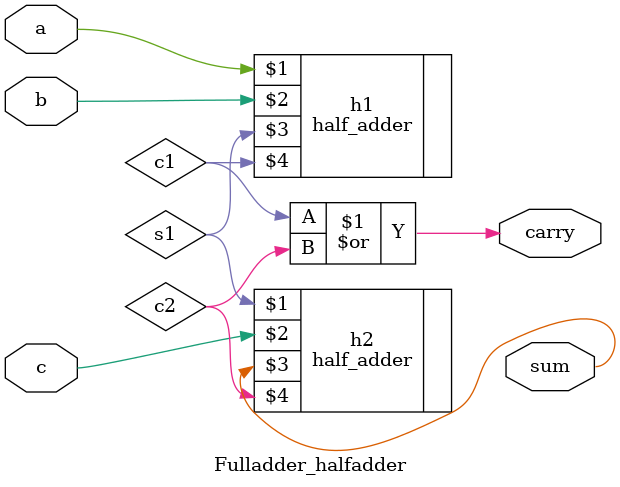
<source format=v>
module Fulladder_halfadder(
    input a,
    input b,
    input c,
    output sum,
    output carry
    );
    wire s1,c1,c2;
    half_adder h1(a,b,s1,c1);
    half_adder h2(s1,c,sum,c2);
    or(carry,c1,c2);
    
    
endmodule

</source>
